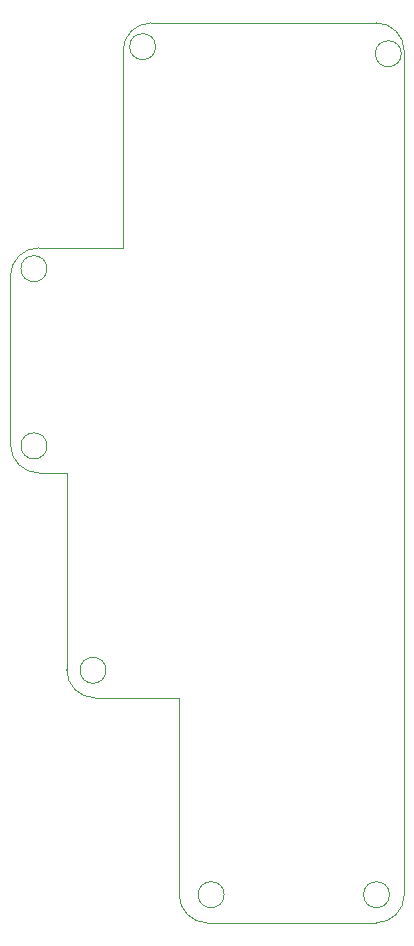
<source format=gm1>
G04 #@! TF.GenerationSoftware,KiCad,Pcbnew,7.0.7*
G04 #@! TF.CreationDate,2023-09-30T17:49:51+09:00*
G04 #@! TF.ProjectId,ind-assemble_L,696e642d-6173-4736-956d-626c655f4c2e,rev?*
G04 #@! TF.SameCoordinates,Original*
G04 #@! TF.FileFunction,Profile,NP*
%FSLAX46Y46*%
G04 Gerber Fmt 4.6, Leading zero omitted, Abs format (unit mm)*
G04 Created by KiCad (PCBNEW 7.0.7) date 2023-09-30 17:49:51*
%MOMM*%
%LPD*%
G01*
G04 APERTURE LIST*
G04 #@! TA.AperFunction,Profile*
%ADD10C,0.100000*%
G04 #@! TD*
G04 #@! TA.AperFunction,Profile*
%ADD11C,0.010000*%
G04 #@! TD*
G04 APERTURE END LIST*
D10*
X161925000Y-80962500D02*
X161925000Y-97631250D01*
X147637500Y-59531250D02*
G75*
G03*
X150018750Y-61912500I2381300J50D01*
G01*
X180975000Y-26193750D02*
X180975000Y-97631250D01*
X159543750Y-23812500D02*
G75*
G03*
X157162500Y-26193750I50J-2381300D01*
G01*
X157162500Y-42862500D02*
X150018750Y-42862500D01*
X152400000Y-61912500D02*
X152399950Y-78581300D01*
X150018750Y-61912500D02*
X152400000Y-61912500D01*
X152399950Y-78581300D02*
G75*
G03*
X154781200Y-80962550I2381350J100D01*
G01*
X154781200Y-80962550D02*
X161925000Y-80962500D01*
X164306250Y-100012500D02*
X178593750Y-100012500D01*
X157162500Y-26193750D02*
X157162500Y-42862500D01*
X180975000Y-26193750D02*
G75*
G03*
X178593750Y-23812500I-2381300J-50D01*
G01*
X150018750Y-42862500D02*
G75*
G03*
X147637500Y-45243750I50J-2381300D01*
G01*
X178593750Y-100012500D02*
G75*
G03*
X180975000Y-97631250I-50J2381300D01*
G01*
X159543750Y-23812500D02*
X178593750Y-23812500D01*
X147637500Y-45243750D02*
X147637500Y-59531250D01*
X161925000Y-97631250D02*
G75*
G03*
X164306250Y-100012500I2381300J50D01*
G01*
D11*
X179725000Y-97625000D02*
G75*
G03*
X179725000Y-97625000I-1100000J0D01*
G01*
X150725000Y-44625000D02*
G75*
G03*
X150725000Y-44625000I-1100000J0D01*
G01*
X180725000Y-26425000D02*
G75*
G03*
X180725000Y-26425000I-1100000J0D01*
G01*
X165725000Y-97625000D02*
G75*
G03*
X165725000Y-97625000I-1100000J0D01*
G01*
X155725000Y-78625000D02*
G75*
G03*
X155725000Y-78625000I-1100000J0D01*
G01*
X159925000Y-25825000D02*
G75*
G03*
X159925000Y-25825000I-1100000J0D01*
G01*
X150725000Y-59625000D02*
G75*
G03*
X150725000Y-59625000I-1100000J0D01*
G01*
M02*

</source>
